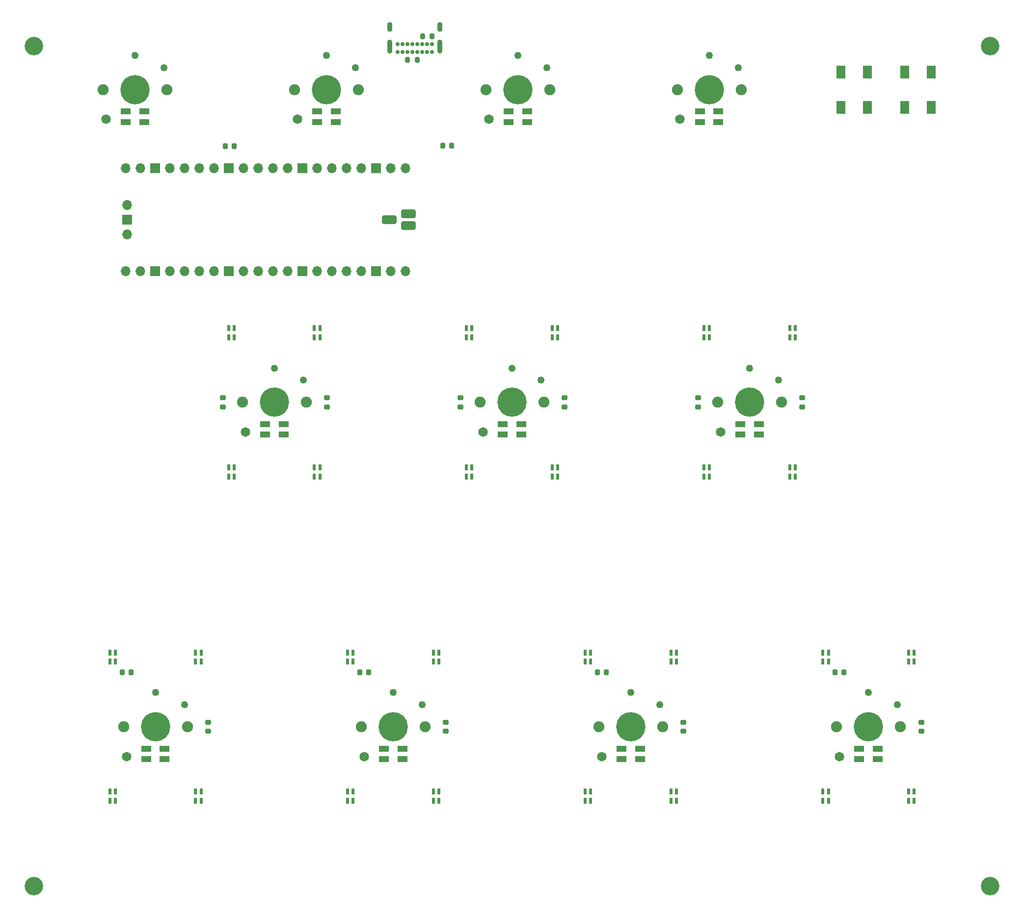
<source format=gts>
%TF.GenerationSoftware,KiCad,Pcbnew,8.0.3*%
%TF.CreationDate,2024-07-30T03:57:46+02:00*%
%TF.ProjectId,iidx_pico,69696478-5f70-4696-936f-2e6b69636164,rev?*%
%TF.SameCoordinates,Original*%
%TF.FileFunction,Soldermask,Top*%
%TF.FilePolarity,Negative*%
%FSLAX46Y46*%
G04 Gerber Fmt 4.6, Leading zero omitted, Abs format (unit mm)*
G04 Created by KiCad (PCBNEW 8.0.3) date 2024-07-30 03:57:46*
%MOMM*%
%LPD*%
G01*
G04 APERTURE LIST*
G04 Aperture macros list*
%AMRoundRect*
0 Rectangle with rounded corners*
0 $1 Rounding radius*
0 $2 $3 $4 $5 $6 $7 $8 $9 X,Y pos of 4 corners*
0 Add a 4 corners polygon primitive as box body*
4,1,4,$2,$3,$4,$5,$6,$7,$8,$9,$2,$3,0*
0 Add four circle primitives for the rounded corners*
1,1,$1+$1,$2,$3*
1,1,$1+$1,$4,$5*
1,1,$1+$1,$6,$7*
1,1,$1+$1,$8,$9*
0 Add four rect primitives between the rounded corners*
20,1,$1+$1,$2,$3,$4,$5,0*
20,1,$1+$1,$4,$5,$6,$7,0*
20,1,$1+$1,$6,$7,$8,$9,0*
20,1,$1+$1,$8,$9,$2,$3,0*%
G04 Aperture macros list end*
%ADD10RoundRect,0.225000X-0.225000X-0.250000X0.225000X-0.250000X0.225000X0.250000X-0.225000X0.250000X0*%
%ADD11O,1.700000X1.700000*%
%ADD12R,1.700000X1.700000*%
%ADD13RoundRect,0.300000X0.950000X-0.450000X0.950000X0.450000X-0.950000X0.450000X-0.950000X-0.450000X0*%
%ADD14RoundRect,0.225000X0.225000X0.250000X-0.225000X0.250000X-0.225000X-0.250000X0.225000X-0.250000X0*%
%ADD15RoundRect,0.225000X0.250000X-0.225000X0.250000X0.225000X-0.250000X0.225000X-0.250000X-0.225000X0*%
%ADD16R,0.600000X1.000000*%
%ADD17R,1.800000X1.000000*%
%ADD18C,1.900000*%
%ADD19C,1.250000*%
%ADD20C,5.050000*%
%ADD21C,1.650000*%
%ADD22C,3.200000*%
%ADD23R,1.524000X2.286000*%
%ADD24RoundRect,0.200000X-0.200000X-0.275000X0.200000X-0.275000X0.200000X0.275000X-0.200000X0.275000X0*%
%ADD25C,0.700000*%
%ADD26O,0.900000X1.700000*%
%ADD27O,0.900000X2.400000*%
G04 APERTURE END LIST*
D10*
%TO.C,C8*%
X111045000Y-135000000D03*
X112595000Y-135000000D03*
%TD*%
%TO.C,C6*%
X70070000Y-135000000D03*
X71620000Y-135000000D03*
%TD*%
%TO.C,C10*%
X152070000Y-135000000D03*
X153620000Y-135000000D03*
%TD*%
D11*
%TO.C,U1*%
X118950000Y-65790000D03*
X116410000Y-65790000D03*
D12*
X113870000Y-65790000D03*
D11*
X111330000Y-65790000D03*
X108790000Y-65790000D03*
X106250000Y-65790000D03*
X103710000Y-65790000D03*
D12*
X101170000Y-65790000D03*
D11*
X98630000Y-65790000D03*
X96090000Y-65790000D03*
X93550000Y-65790000D03*
X91010000Y-65790000D03*
D12*
X88470000Y-65790000D03*
D11*
X85930000Y-65790000D03*
X83390000Y-65790000D03*
X80850000Y-65790000D03*
X78310000Y-65790000D03*
D12*
X75770000Y-65790000D03*
D11*
X73230000Y-65790000D03*
X70690000Y-65790000D03*
X70690000Y-48010000D03*
X73230000Y-48010000D03*
D12*
X75770000Y-48010000D03*
D11*
X78310000Y-48010000D03*
X80850000Y-48010000D03*
X83390000Y-48010000D03*
X85930000Y-48010000D03*
D12*
X88470000Y-48010000D03*
D11*
X91010000Y-48010000D03*
X93550000Y-48010000D03*
X96090000Y-48010000D03*
X98630000Y-48010000D03*
D12*
X101170000Y-48010000D03*
D11*
X103710000Y-48010000D03*
X106250000Y-48010000D03*
X108790000Y-48010000D03*
X111330000Y-48010000D03*
D12*
X113870000Y-48010000D03*
D11*
X116410000Y-48010000D03*
X118950000Y-48010000D03*
X70920000Y-59440000D03*
D12*
X70920000Y-56900000D03*
D11*
X70920000Y-54360000D03*
D13*
X116190000Y-56900000D03*
X119470000Y-55900000D03*
X119490000Y-57900000D03*
%TD*%
D14*
%TO.C,C20*%
X89395000Y-44200000D03*
X87845000Y-44200000D03*
%TD*%
%TO.C,C19*%
X126895000Y-44100000D03*
X125345000Y-44100000D03*
%TD*%
D15*
%TO.C,C17*%
X187395000Y-89200000D03*
X187395000Y-87650000D03*
%TD*%
%TO.C,C18*%
X169420000Y-89200000D03*
X169420000Y-87650000D03*
%TD*%
%TO.C,C15*%
X146395000Y-89200000D03*
X146395000Y-87650000D03*
%TD*%
%TO.C,C16*%
X128420000Y-89200000D03*
X128420000Y-87650000D03*
%TD*%
%TO.C,C14*%
X87420000Y-89200000D03*
X87420000Y-87650000D03*
%TD*%
%TO.C,C13*%
X105395000Y-89200000D03*
X105395000Y-87650000D03*
%TD*%
D10*
%TO.C,C12*%
X193045000Y-135000000D03*
X194595000Y-135000000D03*
%TD*%
D15*
%TO.C,C11*%
X207895000Y-145200000D03*
X207895000Y-143650000D03*
%TD*%
%TO.C,C9*%
X166895000Y-145200000D03*
X166895000Y-143650000D03*
%TD*%
%TO.C,C7*%
X125895000Y-145200000D03*
X125895000Y-143650000D03*
%TD*%
%TO.C,C5*%
X84920000Y-145175000D03*
X84920000Y-143625000D03*
%TD*%
D16*
%TO.C,D72*%
X190940000Y-131600000D03*
X190940000Y-133200000D03*
X191900000Y-131600000D03*
X191900000Y-133200000D03*
%TD*%
%TO.C,D33*%
X123740000Y-155600000D03*
X123740000Y-157200000D03*
X124700000Y-155600000D03*
X124700000Y-157200000D03*
%TD*%
D17*
%TO.C,D70*%
X200420000Y-150000000D03*
X200420000Y-148200000D03*
X197220000Y-150000000D03*
X197220000Y-148200000D03*
%TD*%
D16*
%TO.C,D64*%
X185240000Y-75600000D03*
X185240000Y-77200000D03*
X186200000Y-75600000D03*
X186200000Y-77200000D03*
%TD*%
%TO.C,D71*%
X190940000Y-155600000D03*
X190940000Y-157200000D03*
X191900000Y-155600000D03*
X191900000Y-157200000D03*
%TD*%
%TO.C,D61*%
X170440000Y-99600000D03*
X170440000Y-101200000D03*
X171400000Y-99600000D03*
X171400000Y-101200000D03*
%TD*%
D17*
%TO.C,D20*%
X97920000Y-94000000D03*
X97920000Y-92200000D03*
X94720000Y-94000000D03*
X94720000Y-92200000D03*
%TD*%
D18*
%TO.C,SW5*%
X163320000Y-144400000D03*
D19*
X162820000Y-140600000D03*
D20*
X157820000Y-144400000D03*
D19*
X157820000Y-138500000D03*
D21*
X152820000Y-149550000D03*
D18*
X152320000Y-144400000D03*
%TD*%
D16*
%TO.C,D11*%
X67940000Y-155600000D03*
X67940000Y-157200000D03*
X68900000Y-155600000D03*
X68900000Y-157200000D03*
%TD*%
D17*
%TO.C,D10*%
X77420000Y-150000000D03*
X77420000Y-148200000D03*
X74220000Y-150000000D03*
X74220000Y-148200000D03*
%TD*%
D22*
%TO.C,SCR1*%
X54820000Y-26900000D03*
%TD*%
D16*
%TO.C,D43*%
X144240000Y-99600000D03*
X144240000Y-101200000D03*
X145200000Y-99600000D03*
X145200000Y-101200000D03*
%TD*%
%TO.C,D12*%
X67940000Y-131600000D03*
X67940000Y-133200000D03*
X68900000Y-131600000D03*
X68900000Y-133200000D03*
%TD*%
%TO.C,D13*%
X82740000Y-155600000D03*
X82740000Y-157200000D03*
X83700000Y-155600000D03*
X83700000Y-157200000D03*
%TD*%
%TO.C,D54*%
X164740000Y-131600000D03*
X164740000Y-133200000D03*
X165700000Y-131600000D03*
X165700000Y-133200000D03*
%TD*%
D18*
%TO.C,SW10*%
X143820000Y-34400000D03*
D19*
X143320000Y-30600000D03*
D20*
X138320000Y-34400000D03*
D19*
X138320000Y-28500000D03*
D21*
X133320000Y-39550000D03*
D18*
X132820000Y-34400000D03*
%TD*%
%TO.C,SW2*%
X101820000Y-88400000D03*
D19*
X101320000Y-84600000D03*
D20*
X96320000Y-88400000D03*
D19*
X96320000Y-82500000D03*
D21*
X91320000Y-93550000D03*
D18*
X90820000Y-88400000D03*
%TD*%
%TO.C,SW3*%
X122320000Y-144400000D03*
D19*
X121820000Y-140600000D03*
D20*
X116820000Y-144400000D03*
D19*
X116820000Y-138500000D03*
D21*
X111820000Y-149550000D03*
D18*
X111320000Y-144400000D03*
%TD*%
D17*
%TO.C,D60*%
X179920000Y-94000000D03*
X179920000Y-92200000D03*
X176720000Y-94000000D03*
X176720000Y-92200000D03*
%TD*%
D18*
%TO.C,SW9*%
X110820000Y-34400000D03*
D19*
X110320000Y-30600000D03*
D20*
X105320000Y-34400000D03*
D19*
X105320000Y-28500000D03*
D21*
X100320000Y-39550000D03*
D18*
X99820000Y-34400000D03*
%TD*%
%TO.C,SW8*%
X77820000Y-34400000D03*
D19*
X77320000Y-30600000D03*
D20*
X72320000Y-34400000D03*
D19*
X72320000Y-28500000D03*
D21*
X67320000Y-39550000D03*
D18*
X66820000Y-34400000D03*
%TD*%
D16*
%TO.C,D24*%
X103240000Y-75600000D03*
X103240000Y-77200000D03*
X104200000Y-75600000D03*
X104200000Y-77200000D03*
%TD*%
D23*
%TO.C,SW13*%
X205034000Y-37448000D03*
X205034000Y-31352000D03*
X209606000Y-37448000D03*
X209606000Y-31352000D03*
%TD*%
D22*
%TO.C,SCR2*%
X219820000Y-26900000D03*
%TD*%
D16*
%TO.C,D62*%
X170440000Y-75600000D03*
X170440000Y-77200000D03*
X171400000Y-75600000D03*
X171400000Y-77200000D03*
%TD*%
%TO.C,D22*%
X88440000Y-75600000D03*
X88440000Y-77200000D03*
X89400000Y-75600000D03*
X89400000Y-77200000D03*
%TD*%
%TO.C,D63*%
X185240000Y-99600000D03*
X185240000Y-101200000D03*
X186200000Y-99600000D03*
X186200000Y-101200000D03*
%TD*%
D17*
%TO.C,D50*%
X159420000Y-150000000D03*
X159420000Y-148200000D03*
X156220000Y-150000000D03*
X156220000Y-148200000D03*
%TD*%
D23*
%TO.C,SW12*%
X194034000Y-37448000D03*
X194034000Y-31352000D03*
X198606000Y-37448000D03*
X198606000Y-31352000D03*
%TD*%
D17*
%TO.C,DA3*%
X136720000Y-38200000D03*
X136720000Y-40000000D03*
X139920000Y-38200000D03*
X139920000Y-40000000D03*
%TD*%
D16*
%TO.C,D74*%
X205740000Y-131600000D03*
X205740000Y-133200000D03*
X206700000Y-131600000D03*
X206700000Y-133200000D03*
%TD*%
D17*
%TO.C,DA4*%
X169720000Y-38200000D03*
X169720000Y-40000000D03*
X172920000Y-38200000D03*
X172920000Y-40000000D03*
%TD*%
D16*
%TO.C,D41*%
X129440000Y-99600000D03*
X129440000Y-101200000D03*
X130400000Y-99600000D03*
X130400000Y-101200000D03*
%TD*%
D17*
%TO.C,DA2*%
X103720000Y-38200000D03*
X103720000Y-40000000D03*
X106920000Y-38200000D03*
X106920000Y-40000000D03*
%TD*%
D16*
%TO.C,D21*%
X88440000Y-99600000D03*
X88440000Y-101200000D03*
X89400000Y-99600000D03*
X89400000Y-101200000D03*
%TD*%
%TO.C,D53*%
X164740000Y-155600000D03*
X164740000Y-157200000D03*
X165700000Y-155600000D03*
X165700000Y-157200000D03*
%TD*%
D17*
%TO.C,DA1*%
X70720000Y-38200000D03*
X70720000Y-40000000D03*
X73920000Y-38200000D03*
X73920000Y-40000000D03*
%TD*%
D16*
%TO.C,D44*%
X144240000Y-75600000D03*
X144240000Y-77200000D03*
X145200000Y-75600000D03*
X145200000Y-77200000D03*
%TD*%
D24*
%TO.C,R5*%
X121895000Y-25200000D03*
X123545000Y-25200000D03*
%TD*%
D16*
%TO.C,D23*%
X103240000Y-99600000D03*
X103240000Y-101200000D03*
X104200000Y-99600000D03*
X104200000Y-101200000D03*
%TD*%
%TO.C,D51*%
X149940000Y-155600000D03*
X149940000Y-157200000D03*
X150900000Y-155600000D03*
X150900000Y-157200000D03*
%TD*%
D18*
%TO.C,SW6*%
X183820000Y-88400000D03*
D19*
X183320000Y-84600000D03*
D20*
X178320000Y-88400000D03*
D19*
X178320000Y-82500000D03*
D21*
X173320000Y-93550000D03*
D18*
X172820000Y-88400000D03*
%TD*%
%TO.C,SW11*%
X176820000Y-34400000D03*
D19*
X176320000Y-30600000D03*
D20*
X171320000Y-34400000D03*
D19*
X171320000Y-28500000D03*
D21*
X166320000Y-39550000D03*
D18*
X165820000Y-34400000D03*
%TD*%
D17*
%TO.C,D40*%
X138920000Y-94000000D03*
X138920000Y-92200000D03*
X135720000Y-94000000D03*
X135720000Y-92200000D03*
%TD*%
D18*
%TO.C,SW7*%
X204320000Y-144400000D03*
D19*
X203820000Y-140600000D03*
D20*
X198820000Y-144400000D03*
D19*
X198820000Y-138500000D03*
D21*
X193820000Y-149550000D03*
D18*
X193320000Y-144400000D03*
%TD*%
D16*
%TO.C,D42*%
X129440000Y-75600000D03*
X129440000Y-77200000D03*
X130400000Y-75600000D03*
X130400000Y-77200000D03*
%TD*%
D18*
%TO.C,SW4*%
X142820000Y-88400000D03*
D19*
X142320000Y-84600000D03*
D20*
X137320000Y-88400000D03*
D19*
X137320000Y-82500000D03*
D21*
X132320000Y-93550000D03*
D18*
X131820000Y-88400000D03*
%TD*%
D16*
%TO.C,D32*%
X108940000Y-131600000D03*
X108940000Y-133200000D03*
X109900000Y-131600000D03*
X109900000Y-133200000D03*
%TD*%
%TO.C,D31*%
X108940000Y-155600000D03*
X108940000Y-157200000D03*
X109900000Y-155600000D03*
X109900000Y-157200000D03*
%TD*%
D22*
%TO.C,SCR4*%
X219820000Y-171900000D03*
%TD*%
%TO.C,SCR3*%
X54820000Y-171900000D03*
%TD*%
D17*
%TO.C,D30*%
X118420000Y-150000000D03*
X118420000Y-148200000D03*
X115220000Y-150000000D03*
X115220000Y-148200000D03*
%TD*%
D18*
%TO.C,SW1*%
X81320000Y-144400000D03*
D19*
X80820000Y-140600000D03*
D20*
X75820000Y-144400000D03*
D19*
X75820000Y-138500000D03*
D21*
X70820000Y-149550000D03*
D18*
X70320000Y-144400000D03*
%TD*%
D16*
%TO.C,D34*%
X123740000Y-131600000D03*
X123740000Y-133200000D03*
X124700000Y-131600000D03*
X124700000Y-133200000D03*
%TD*%
%TO.C,D14*%
X82740000Y-131600000D03*
X82740000Y-133200000D03*
X83700000Y-131600000D03*
X83700000Y-133200000D03*
%TD*%
%TO.C,D52*%
X149940000Y-131600000D03*
X149940000Y-133200000D03*
X150900000Y-131600000D03*
X150900000Y-133200000D03*
%TD*%
%TO.C,D73*%
X205740000Y-155600000D03*
X205740000Y-157200000D03*
X206700000Y-155600000D03*
X206700000Y-157200000D03*
%TD*%
D24*
%TO.C,R4*%
X119295000Y-29300000D03*
X120945000Y-29300000D03*
%TD*%
D25*
%TO.C,J4*%
X117595000Y-27925000D03*
X118445000Y-27925000D03*
X119295000Y-27925000D03*
X120145000Y-27925000D03*
X120995000Y-27925000D03*
X121845000Y-27925000D03*
X122695000Y-27925000D03*
X123545000Y-27925000D03*
X123545000Y-26575000D03*
X122695000Y-26575000D03*
X121845000Y-26575000D03*
X120995000Y-26575000D03*
X120145000Y-26575000D03*
X119295000Y-26575000D03*
X118445000Y-26575000D03*
X117595000Y-26575000D03*
D26*
X116245000Y-23565000D03*
D27*
X116245000Y-26945000D03*
D26*
X124895000Y-23565000D03*
D27*
X124895000Y-26945000D03*
%TD*%
M02*

</source>
